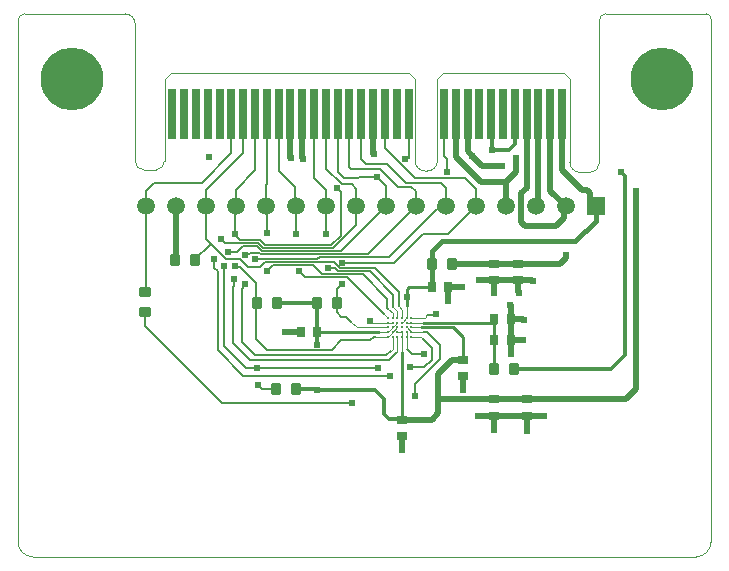
<source format=gtl>
G04*
G04 #@! TF.GenerationSoftware,Altium Limited,Altium Designer,22.0.2 (36)*
G04*
G04 Layer_Physical_Order=1*
G04 Layer_Color=255*
%FSLAX25Y25*%
%MOIN*%
G70*
G04*
G04 #@! TF.SameCoordinates,DCB022B7-7615-43C5-B040-C09427D0DDE0*
G04*
G04*
G04 #@! TF.FilePolarity,Positive*
G04*
G01*
G75*
%ADD11C,0.00394*%
%ADD13C,0.01200*%
%ADD14C,0.01000*%
%ADD15C,0.00397*%
G04:AMPARAMS|DCode=16|XSize=39.37mil|YSize=35.43mil|CornerRadius=4.43mil|HoleSize=0mil|Usage=FLASHONLY|Rotation=270.000|XOffset=0mil|YOffset=0mil|HoleType=Round|Shape=RoundedRectangle|*
%AMROUNDEDRECTD16*
21,1,0.03937,0.02657,0,0,270.0*
21,1,0.03051,0.03543,0,0,270.0*
1,1,0.00886,-0.01329,-0.01526*
1,1,0.00886,-0.01329,0.01526*
1,1,0.00886,0.01329,0.01526*
1,1,0.00886,0.01329,-0.01526*
%
%ADD16ROUNDEDRECTD16*%
%ADD17R,0.02953X0.03740*%
%ADD18C,0.00945*%
%ADD19R,0.03740X0.02953*%
G04:AMPARAMS|DCode=20|XSize=39.37mil|YSize=35.43mil|CornerRadius=4.43mil|HoleSize=0mil|Usage=FLASHONLY|Rotation=180.000|XOffset=0mil|YOffset=0mil|HoleType=Round|Shape=RoundedRectangle|*
%AMROUNDEDRECTD20*
21,1,0.03937,0.02657,0,0,180.0*
21,1,0.03051,0.03543,0,0,180.0*
1,1,0.00886,-0.01526,0.01329*
1,1,0.00886,0.01526,0.01329*
1,1,0.00886,0.01526,-0.01329*
1,1,0.00886,-0.01526,-0.01329*
%
%ADD20ROUNDEDRECTD20*%
%ADD33R,0.02756X0.16535*%
%ADD34R,0.02756X0.16535*%
%ADD35C,0.02000*%
%ADD36C,0.00600*%
%ADD37C,0.01800*%
%ADD38C,0.00400*%
%ADD39C,0.00800*%
%ADD40R,0.05906X0.05906*%
%ADD41C,0.05906*%
%ADD42C,0.20866*%
%ADD43C,0.01400*%
%ADD44C,0.02400*%
D11*
X39933Y328964D02*
G03*
X36614Y332283I-3319J0D01*
G01*
X3150Y332283D02*
G03*
X886Y330020I0J-2264D01*
G01*
X231886Y327354D02*
G03*
X231890Y327358I0J4D01*
G01*
Y330709D02*
G03*
X230315Y332283I-1575J0D01*
G01*
X196850D02*
G03*
X194658Y330091I0J-2193D01*
G01*
X3150Y332283D02*
X36614D01*
X39933Y290010D02*
Y328964D01*
X886Y325854D02*
Y330020D01*
X196850Y332283D02*
X230315D01*
X194658Y282453D02*
Y330091D01*
X184815Y282902D02*
Y290144D01*
X39933Y283208D02*
Y290010D01*
X49776Y283240D02*
Y290010D01*
X142689Y312634D02*
X182846D01*
X184815Y290144D02*
Y310665D01*
X49776Y290010D02*
Y310665D01*
X51744Y312634D01*
X131272D02*
X133240Y310665D01*
X140720D02*
X142689Y312634D01*
X182846D02*
X184815Y310665D01*
X51744Y312634D02*
X131272D01*
X133240Y283303D02*
Y310665D01*
X140720Y283303D02*
Y310665D01*
D13*
X164500Y287000D02*
X166508Y289008D01*
X158900Y287000D02*
X164500D01*
X166508Y289008D02*
Y298854D01*
X158767Y287133D02*
Y298721D01*
X158634Y298854D02*
X158767Y298721D01*
Y287133D02*
X158900Y287000D01*
X201800Y279400D02*
X203100Y278100D01*
Y218700D02*
Y278100D01*
X198400Y214000D02*
X203100Y218700D01*
X166347Y214000D02*
X198400D01*
X93593Y207100D02*
X93616Y207077D01*
X100521D01*
X100544Y207053D01*
X87147Y236000D02*
X100554D01*
X100577Y226177D02*
Y235977D01*
X100554Y236000D02*
X100577Y235977D01*
Y226177D02*
X100600Y226153D01*
X100544Y222654D02*
X100600Y222709D01*
X100544Y222054D02*
Y222654D01*
X100600Y222709D02*
Y226153D01*
X89944Y226354D02*
X90144Y226153D01*
X100544Y207053D02*
X119844D01*
X122844Y204053D01*
Y198953D02*
Y204053D01*
Y198953D02*
X124644Y197153D01*
X128756D02*
X128907Y197003D01*
X124644Y197153D02*
X128756D01*
D14*
X100700Y225453D02*
X101443Y226196D01*
X138854Y248900D02*
X139000Y249046D01*
X138744Y241100D02*
X138799Y241155D01*
Y248845D02*
X138854Y248900D01*
X159588Y229371D02*
Y230453D01*
Y223453D02*
Y229371D01*
Y214000D02*
Y223453D01*
Y229371D02*
X160106D01*
X135944D02*
X159588D01*
X159505Y223371D02*
X159588Y223453D01*
X131100Y241100D02*
X138744D01*
X130482Y240481D02*
X131100Y241100D01*
X130482Y237754D02*
Y240481D01*
X128907Y197003D02*
X128944Y196965D01*
X149144Y216910D02*
Y224654D01*
X146002Y227796D02*
X149144Y224654D01*
X101443Y226196D02*
X121319D01*
X135319Y227796D02*
X146002D01*
X130482Y234767D02*
Y237754D01*
X128907Y197003D02*
Y219684D01*
D15*
X191605Y279400D02*
G03*
X194658Y282453I0J3053D01*
G01*
X184815Y282902D02*
G03*
X188317Y279400I3501J0D01*
G01*
X137317Y279900D02*
G03*
X140720Y283303I0J3403D01*
G01*
X133240D02*
G03*
X136643Y279900I3403J0D01*
G01*
X46835Y280300D02*
G03*
X49776Y283240I0J2940D01*
G01*
X39933Y283208D02*
G03*
X42841Y280300I2908J0D01*
G01*
X886Y156300D02*
G03*
X5886Y151300I5000J0D01*
G01*
X226890D02*
G03*
X231890Y156300I0J5000D01*
G01*
X42841Y280300D02*
X46835D01*
X188317Y279400D02*
X191605D01*
X136643Y279900D02*
X137317D01*
X886Y156300D02*
Y325854D01*
X5886Y151300D02*
X89300D01*
X226890D01*
X231886Y330709D02*
X231886Y156296D01*
D16*
X159653Y214000D02*
D03*
X166347D02*
D03*
X93593Y207100D02*
D03*
X86900D02*
D03*
X60046Y250300D02*
D03*
X53354D02*
D03*
X145546Y248900D02*
D03*
X138854D02*
D03*
X87147Y236000D02*
D03*
X80453D02*
D03*
X100554D02*
D03*
X107246D02*
D03*
D17*
X165100Y223453D02*
D03*
X159588D02*
D03*
X165100Y230453D02*
D03*
X159588D02*
D03*
X100600Y226153D02*
D03*
X95088D02*
D03*
X138744Y241100D02*
D03*
X144256D02*
D03*
D18*
X132056Y230946D02*
D03*
Y229371D02*
D03*
Y227796D02*
D03*
Y226221D02*
D03*
Y224646D02*
D03*
X130482Y230946D02*
D03*
Y229371D02*
D03*
Y227796D02*
D03*
Y226221D02*
D03*
Y224646D02*
D03*
X128907Y230946D02*
D03*
Y229371D02*
D03*
Y227796D02*
D03*
Y226221D02*
D03*
Y224646D02*
D03*
X127332Y230946D02*
D03*
Y229371D02*
D03*
Y227796D02*
D03*
Y226221D02*
D03*
Y224646D02*
D03*
X125757Y230946D02*
D03*
Y229371D02*
D03*
Y227796D02*
D03*
Y226221D02*
D03*
Y224646D02*
D03*
X124182Y230946D02*
D03*
Y229371D02*
D03*
Y227796D02*
D03*
Y226221D02*
D03*
Y224646D02*
D03*
D19*
X170444Y203809D02*
D03*
Y198298D02*
D03*
X159444Y203809D02*
D03*
Y198298D02*
D03*
X128944Y196965D02*
D03*
Y191454D02*
D03*
X159544Y249009D02*
D03*
Y243498D02*
D03*
X167544Y248965D02*
D03*
Y243454D02*
D03*
X149144Y216910D02*
D03*
Y211398D02*
D03*
D20*
X43300Y232954D02*
D03*
Y239647D02*
D03*
D33*
X131075Y298854D02*
D03*
X119264D02*
D03*
X115327D02*
D03*
X123201D02*
D03*
X107453D02*
D03*
X127138D02*
D03*
X142886D02*
D03*
X146823D02*
D03*
X158634D02*
D03*
X166508D02*
D03*
X170445D02*
D03*
X154697D02*
D03*
X174382D02*
D03*
X162571D02*
D03*
X150760D02*
D03*
X178319D02*
D03*
X182256D02*
D03*
X52335D02*
D03*
X95642D02*
D03*
X99579D02*
D03*
X103516D02*
D03*
X87768D02*
D03*
X60209D02*
D03*
X68083D02*
D03*
X75957D02*
D03*
X83831D02*
D03*
X64146D02*
D03*
X91705D02*
D03*
X79894D02*
D03*
X72020D02*
D03*
D34*
X111390D02*
D03*
X56272D02*
D03*
D35*
X91705Y284295D02*
X91900Y284100D01*
X91705Y284295D02*
Y298854D01*
X95642Y284266D02*
X95800Y284108D01*
X95642Y284266D02*
Y298854D01*
X95800Y284000D02*
Y284108D01*
X155700Y281500D02*
X162300D01*
X152300Y284900D02*
X155700Y281500D01*
X163500Y276200D02*
X166900Y279600D01*
Y284300D01*
X163500Y268200D02*
Y276200D01*
X155100D02*
X163500D01*
X146823Y284477D02*
X155100Y276200D01*
X170445Y274345D02*
Y298854D01*
X174209Y271909D02*
X174382Y272082D01*
Y298854D01*
X173500Y268200D02*
X174209Y268909D01*
Y271909D01*
X182753Y264253D02*
Y267453D01*
X183500Y268200D01*
X180100Y261600D02*
X182753Y264253D01*
X169772Y261600D02*
X180100D01*
X168600Y262772D02*
X169772Y261600D01*
X168600Y262772D02*
Y272500D01*
X170445Y274345D01*
X119264Y285644D02*
X119400Y285508D01*
X119264Y285644D02*
Y298854D01*
X119400Y285400D02*
Y285508D01*
X150760Y286440D02*
X152300Y284900D01*
X150760Y286440D02*
Y298854D01*
X146823Y284477D02*
Y298854D01*
X170444Y203809D02*
X203609D01*
X207000Y207200D01*
Y273100D01*
X165150Y223503D02*
X169294D01*
X169344Y223553D01*
X159444Y203809D02*
X170444D01*
X141654D02*
X159444D01*
X141044Y203200D02*
Y212353D01*
Y199153D02*
Y203200D01*
X141654Y203809D01*
X144256Y236544D02*
Y241100D01*
X148800D02*
X148900Y241200D01*
X144256Y241100D02*
X148800D01*
X53427Y268127D02*
X53500Y268200D01*
X53354Y250300D02*
X53427Y250373D01*
Y268127D01*
X145546Y248900D02*
X181600D01*
X183700Y251000D02*
Y251800D01*
X181600Y248900D02*
X183700Y251000D01*
X145546Y248900D02*
X145647Y249000D01*
X165244Y218953D02*
Y219062D01*
X165100Y219206D02*
X165244Y219062D01*
X165100Y219206D02*
Y223453D01*
X165150Y223503D01*
X165100Y223453D02*
Y230453D01*
X165150Y230403D02*
X169394D01*
X165100Y230453D02*
X165150Y230403D01*
X169394D02*
X169444Y230353D01*
X165072Y230482D02*
X165100Y230453D01*
X165072Y230482D02*
Y235126D01*
X165044Y235154D02*
X165072Y235126D01*
X159544Y243498D02*
X159594Y243448D01*
Y239204D02*
X159644Y239154D01*
X159594Y239204D02*
Y243448D01*
X167544Y239462D02*
Y243454D01*
X167744Y239154D02*
Y239262D01*
X167544Y239462D02*
X167744Y239262D01*
X172536Y243354D02*
X172644D01*
X172392Y243498D02*
X172536Y243354D01*
X154466Y243476D02*
X159522D01*
X159544Y243498D01*
X154444Y243454D02*
X154466Y243476D01*
X159544Y243498D02*
X172392D01*
X191580Y270120D02*
Y272428D01*
X188900Y273600D02*
X190409D01*
X191580Y272428D01*
Y270120D02*
X193500Y268200D01*
X182256Y280244D02*
X188900Y273600D01*
X178319Y273381D02*
X183500Y268200D01*
X178319Y273381D02*
Y298854D01*
X182256Y280244D02*
Y298854D01*
X128894Y191403D02*
X128944Y191454D01*
X128844Y186953D02*
X128894Y187004D01*
Y191403D01*
X149144Y206954D02*
Y211398D01*
X128944Y196965D02*
X138856D01*
X90252Y226153D02*
X95088D01*
X89944Y226354D02*
X90052D01*
X90252Y226153D01*
X149122Y216887D02*
X149144Y216910D01*
X145578Y216887D02*
X149122D01*
X141044Y212353D02*
X145578Y216887D01*
X138856Y196965D02*
X141044Y199153D01*
X170444Y193154D02*
Y198298D01*
X154344Y198254D02*
X154366Y198276D01*
X159422D01*
X159444Y198298D01*
Y193454D02*
Y198298D01*
X175892D02*
X176036Y198153D01*
X170444Y198298D02*
X175892D01*
X176036Y198153D02*
X176144D01*
X159444Y198298D02*
X170444D01*
D36*
X76746Y214154D02*
X120944D01*
X80900Y208400D02*
X82200Y207100D01*
X86900D01*
X76047Y211554D02*
X124744D01*
X67400Y220200D02*
X76047Y211554D01*
X67400Y220200D02*
Y246600D01*
X69400Y221500D02*
X76746Y214154D01*
X69400Y221500D02*
Y248100D01*
X72600Y222500D02*
Y241400D01*
X78200Y216900D02*
X124691D01*
X72600Y222500D02*
X78200Y216900D01*
X75400Y222998D02*
X79998Y218400D01*
X123591D01*
X75400Y222998D02*
Y240630D01*
X43300Y228300D02*
Y232954D01*
X68946Y202654D02*
X112244D01*
X43300Y228300D02*
X68946Y202654D01*
X123900Y282300D02*
X130200Y276000D01*
X115327Y283973D02*
X117000Y282300D01*
X123900D01*
X115327Y283973D02*
Y298854D01*
X109500Y277600D02*
X114384D01*
X114784Y278000D01*
X120500D02*
X123500Y275000D01*
X114784Y278000D02*
X120500D01*
X123500Y268200D02*
Y275000D01*
X107453Y279647D02*
X109500Y277600D01*
X130200Y276000D02*
X141800D01*
X127500Y274600D02*
X132000D01*
X121600Y280500D02*
X127500Y274600D01*
X112000Y280500D02*
X121600D01*
X111390Y281110D02*
X112000Y280500D01*
X130040Y283800D02*
X130500D01*
X131075Y284375D01*
Y298854D01*
X73301Y258699D02*
Y258900D01*
X142886Y284914D02*
X143900Y283900D01*
X142886Y284914D02*
Y298854D01*
X143900Y279700D02*
Y283900D01*
X108787Y275400D02*
X112200D01*
X103516Y280671D02*
Y298854D01*
X111390Y281110D02*
Y298854D01*
X103516Y280671D02*
X108787Y275400D01*
X112200D02*
X113600Y274000D01*
X107200Y274300D02*
X108500Y273000D01*
Y258314D02*
Y273000D01*
X101476Y251200D02*
X124600D01*
X80000Y250400D02*
X100676D01*
X76727Y252061D02*
X77018Y252352D01*
X86000Y248400D02*
X99200D01*
X102200Y245400D01*
X107453Y279647D02*
Y298854D01*
X83300Y255200D02*
X105386D01*
X73944Y252844D02*
X76000Y254900D01*
X106113Y249400D02*
X108113Y247400D01*
X78413Y252700D02*
X81385D01*
X80599Y254900D02*
X82299Y253200D01*
X84000Y246400D02*
X86000Y248400D01*
X100676Y250400D02*
X101476Y251200D01*
X82299Y253200D02*
X108500D01*
X71156Y252844D02*
X73944D01*
X94500Y246500D02*
X96600Y244400D01*
X81385Y252700D02*
X81885Y252200D01*
X83100Y249400D02*
X106113D01*
X76000Y254900D02*
X80599D01*
X74999Y257001D02*
X81499D01*
X105386Y255200D02*
X108500Y258314D01*
X108900Y249300D02*
X126100D01*
X104300Y247500D02*
X106599D01*
X81500Y247800D02*
X83100Y249400D01*
X81885Y252200D02*
X117500D01*
X78066Y252352D02*
X78413Y252700D01*
X81499Y257001D02*
X83300Y255200D01*
X77018Y252352D02*
X78066D01*
X73301Y258699D02*
X74999Y257001D01*
X80912Y256001D02*
X82713Y254200D01*
X69752Y256001D02*
X80912D01*
X68500Y257100D02*
X68652D01*
X82713Y254200D02*
X105800D01*
X68652Y257100D02*
X69752Y256001D01*
X73100Y258900D02*
X73301D01*
X103450Y259050D02*
Y268150D01*
X103500Y268200D01*
X103400Y259000D02*
X103450Y259050D01*
X103400Y268300D02*
X103500Y268200D01*
X93300Y268400D02*
X93550Y268150D01*
Y259050D02*
X93600Y259000D01*
X93550Y259050D02*
Y268150D01*
X83750Y259350D02*
Y267950D01*
Y259350D02*
X84000Y259100D01*
X83500Y268200D02*
X83750Y267950D01*
X73100Y258900D02*
X73300Y259100D01*
Y268000D02*
X73500Y268200D01*
X73300Y259100D02*
Y268000D01*
X141800Y276000D02*
X143500Y274300D01*
X132000Y274600D02*
X133500Y273100D01*
X80353Y223847D02*
Y242647D01*
X108500Y253200D02*
X123500Y268200D01*
X105800Y254200D02*
X113500Y261900D01*
Y268200D02*
X113600Y268300D01*
X113500Y261900D02*
Y268200D01*
X124600Y251200D02*
X140585Y267185D01*
X117500Y252200D02*
X133500Y268200D01*
X64750Y255950D02*
X70100Y250600D01*
X63500Y257200D02*
X64750Y255950D01*
Y255200D02*
Y255950D01*
X60046Y250300D02*
Y250497D01*
X64750Y255200D01*
X142485Y267185D02*
X143500Y268200D01*
X140585Y267185D02*
X142485D01*
X126100Y249300D02*
X135800Y259000D01*
X144300D01*
X133500Y268200D02*
Y273100D01*
X107699Y246400D02*
X118298D01*
X115798Y245400D02*
X124044Y237154D01*
X119998Y247400D02*
X127744Y239653D01*
X118298Y246400D02*
X126044Y238653D01*
X106599Y247500D02*
X107699Y246400D01*
X108113Y247400D02*
X119998D01*
X102200Y245400D02*
X115798D01*
X127744Y234753D02*
Y239653D01*
X126044Y234554D02*
Y238653D01*
X144300Y259000D02*
X153500Y268200D01*
X110728Y244400D02*
X122874Y232254D01*
X96600Y244400D02*
X110728D01*
X75044Y247956D02*
X80353Y242647D01*
X73644Y247956D02*
X75044D01*
X70100Y250600D02*
X74900D01*
X77700Y247800D01*
X81500D01*
X71000Y253000D02*
X71156Y252844D01*
X63500Y257200D02*
Y268200D01*
X72900Y241700D02*
Y243700D01*
X73000Y243800D01*
X72600Y241400D02*
X72900Y241700D01*
X76700Y241930D02*
Y242300D01*
X75400Y240630D02*
X76700Y241930D01*
X73300Y248300D02*
X73644Y247956D01*
X66300Y247700D02*
X67400Y246600D01*
X66300Y247700D02*
Y250500D01*
X124044Y234254D02*
Y237154D01*
X140244Y232053D02*
X140344Y232154D01*
X123591Y218400D02*
X125244Y220054D01*
X80353Y223847D02*
X84047Y220153D01*
X105400D01*
X108700Y223453D01*
X124691Y216900D02*
X127332Y219541D01*
X107246Y240647D02*
X108800Y242200D01*
X107246Y236000D02*
Y240647D01*
Y232753D02*
Y236000D01*
Y232753D02*
X108647Y231353D01*
X110244D01*
X112044Y229554D01*
X108700Y223453D02*
X118344D01*
X143500Y268200D02*
Y274300D01*
X149800Y277600D02*
X153500Y273900D01*
Y268200D02*
Y273900D01*
X123201Y287699D02*
X133300Y277600D01*
X149800D01*
X113600Y268300D02*
Y274000D01*
X103400Y268300D02*
Y273600D01*
X99579Y277421D02*
Y298854D01*
Y277421D02*
X103400Y273600D01*
X83500Y268200D02*
Y275400D01*
X83831Y275731D01*
X87768Y280032D02*
X93300Y274500D01*
Y268400D02*
Y274500D01*
X87768Y280032D02*
Y298854D01*
X63600Y273500D02*
X75957Y285857D01*
Y298854D01*
X62100Y275900D02*
X72020Y285820D01*
Y298854D01*
X46100Y275900D02*
X62100D01*
X63600Y268300D02*
Y273500D01*
X63500Y268200D02*
X63600Y268300D01*
X43500Y273300D02*
X46100Y275900D01*
X43500Y268200D02*
Y273300D01*
Y240454D02*
Y268200D01*
X73500D02*
Y273700D01*
X43500Y240454D02*
X44054Y239900D01*
X73500Y273700D02*
X79894Y280094D01*
X123201Y287699D02*
Y298854D01*
X83831Y275731D02*
Y298854D01*
X79894Y280094D02*
Y298854D01*
X124044Y234254D02*
X124344Y233953D01*
X119537Y224646D02*
X120144D01*
X118344Y223453D02*
X119537Y224646D01*
X137544Y232053D02*
X140244D01*
X137246Y231755D02*
X137544Y232053D01*
X135994Y226221D02*
X137076D01*
X141544Y221754D01*
X131644Y214454D02*
X136244D01*
X135744Y224054D02*
X138844Y220953D01*
X136244Y214454D02*
X138844Y217054D01*
X141544Y217154D02*
Y221754D01*
X133144Y208753D02*
X141544Y217154D01*
X138844Y217054D02*
Y220953D01*
X133144Y204954D02*
Y208753D01*
D37*
X186600Y256400D02*
X193500Y263300D01*
Y268200D01*
X142200Y256400D02*
X186600D01*
X139000Y253200D02*
X142200Y256400D01*
X139000Y249046D02*
Y253200D01*
X138799Y241155D02*
Y248845D01*
D38*
X122874Y232254D02*
X122874D01*
X121319Y226196D02*
X124157D01*
X125757Y227796D02*
X127332Y229371D01*
X125757Y226221D02*
X127332Y227796D01*
X124182Y224646D02*
X125757Y226221D01*
X120144Y224646D02*
X124182D01*
X130482Y227796D02*
X130482D01*
X130482Y230946D02*
Y234767D01*
X127332Y226221D02*
X128907D01*
Y229371D02*
X130619Y231083D01*
X130482Y227796D02*
X132056Y226221D01*
X135994D01*
X124182Y229371D02*
X125757D01*
X127332Y230946D02*
Y233266D01*
X126044Y234554D02*
X127332Y233266D01*
X128907Y230946D02*
Y233591D01*
X127744Y234753D02*
X128907Y233591D01*
X135151Y224646D02*
X135744Y224054D01*
X132056Y224646D02*
X135151D01*
X125757Y220567D02*
Y224646D01*
X125244Y220054D02*
X125757Y220567D01*
X122874Y232254D02*
X124182Y230946D01*
X125757D02*
Y232540D01*
X124344Y233953D02*
X125757Y232540D01*
X118527Y229371D02*
X124182D01*
X118144Y229753D02*
Y230053D01*
Y229753D02*
X118527Y229371D01*
X113802Y227796D02*
X124182D01*
X112044Y229554D02*
X113802Y227796D01*
X127332Y219541D02*
Y224646D01*
X128907Y219684D02*
Y224646D01*
Y226221D01*
X130482Y229371D02*
X132056D01*
X124157Y226196D02*
X125757Y227796D01*
X130482Y224646D02*
Y226221D01*
Y220516D02*
Y224646D01*
X132056Y227796D02*
X135319D01*
X132056Y229371D02*
X135944D01*
X132056Y230946D02*
X136436D01*
X137246Y231755D01*
D39*
X130482Y220516D02*
X132244Y218754D01*
X136144D01*
D40*
X193500Y268200D02*
D03*
D41*
X183500D02*
D03*
X173500D02*
D03*
X163500D02*
D03*
X153500D02*
D03*
X143500D02*
D03*
X133500D02*
D03*
X123500D02*
D03*
X113500D02*
D03*
X103500D02*
D03*
X93500D02*
D03*
X83500D02*
D03*
X73500D02*
D03*
X63500D02*
D03*
X53500D02*
D03*
X43500D02*
D03*
D42*
X215721Y310665D02*
D03*
X18870D02*
D03*
D43*
X215721Y302445D02*
D03*
X209908Y304852D02*
D03*
X207500Y310665D02*
D03*
X209908Y316478D02*
D03*
X215721Y318886D02*
D03*
D03*
X221533Y316478D02*
D03*
X223941Y310665D02*
D03*
X221533Y304852D02*
D03*
X18870Y302445D02*
D03*
X13057Y304852D02*
D03*
X10649Y310665D02*
D03*
X13057Y316478D02*
D03*
X18870Y318886D02*
D03*
D03*
X24683Y316478D02*
D03*
X27091Y310665D02*
D03*
X24683Y304852D02*
D03*
D44*
X91900Y284100D02*
D03*
X162300Y281500D02*
D03*
X166900Y284300D02*
D03*
X158900Y287000D02*
D03*
X201800Y279400D02*
D03*
X80700Y214200D02*
D03*
X80900Y208400D02*
D03*
X170400Y282900D02*
D03*
X174300Y282800D02*
D03*
X119400Y285400D02*
D03*
X95800Y284000D02*
D03*
X64500Y284700D02*
D03*
X120500Y278000D02*
D03*
X130040Y283800D02*
D03*
X143900Y279700D02*
D03*
X107200Y274300D02*
D03*
X104300Y247500D02*
D03*
X80000Y250400D02*
D03*
X94500Y246500D02*
D03*
X108900Y249300D02*
D03*
X103400Y259000D02*
D03*
X93600D02*
D03*
X84000Y259100D02*
D03*
X73100Y258900D02*
D03*
X152300Y284900D02*
D03*
X207000Y273100D02*
D03*
X169344Y223553D02*
D03*
X144256Y236544D02*
D03*
X148900Y241200D02*
D03*
X183700Y251800D02*
D03*
X84000Y246400D02*
D03*
X76727Y252061D02*
D03*
X71000Y253000D02*
D03*
X68500Y257100D02*
D03*
X73000Y243800D02*
D03*
X76700Y242300D02*
D03*
X73300Y248300D02*
D03*
X69400Y248100D02*
D03*
X66300Y250500D02*
D03*
X124744Y211554D02*
D03*
X140344Y232154D02*
D03*
X169444Y230353D02*
D03*
X165244Y218953D02*
D03*
X165044Y235154D02*
D03*
X159644Y239154D02*
D03*
X100544Y222054D02*
D03*
X108800Y242200D02*
D03*
X118144Y230053D02*
D03*
X120944Y214154D02*
D03*
X128844Y186953D02*
D03*
X149144Y206954D02*
D03*
X167744Y239154D02*
D03*
X172644Y243354D02*
D03*
X154444Y243454D02*
D03*
X89944Y226354D02*
D03*
X100544Y207053D02*
D03*
X112244Y202654D02*
D03*
X130482Y237754D02*
D03*
X131644Y214454D02*
D03*
X136144Y218754D02*
D03*
X170444Y193154D02*
D03*
X154344Y198254D02*
D03*
X159444Y193454D02*
D03*
X176144Y198153D02*
D03*
X133144Y204954D02*
D03*
M02*

</source>
